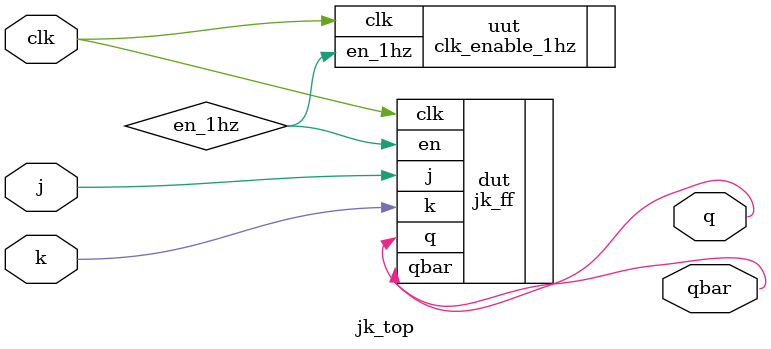
<source format=v>
`timescale 1ns / 1ps

module jk_top(
input clk, //100 MHz clk
input j,
input k,
output q,
output qbar
    );
    
    wire en_1hz;
    
    clk_enable_1hz uut(.clk(clk), .en_1hz(en_1hz));
    jk_ff dut(.j(j), .k(k), .clk(clk), .q(q), .qbar(qbar), .en(en_1hz));
endmodule

</source>
